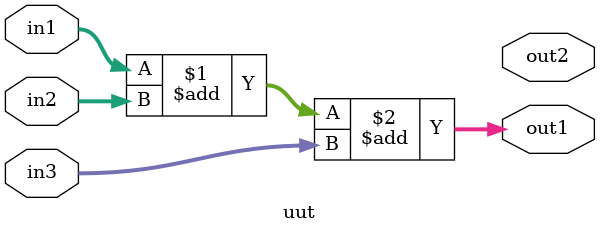
<source format=v>
module uut(in1, in2, in3, out1, out2);

input [8:0] in1, in2, in3;
output [8:0] out1, out2;

   assign out1 = in1 + in2 + in3;
   

endmodule

</source>
